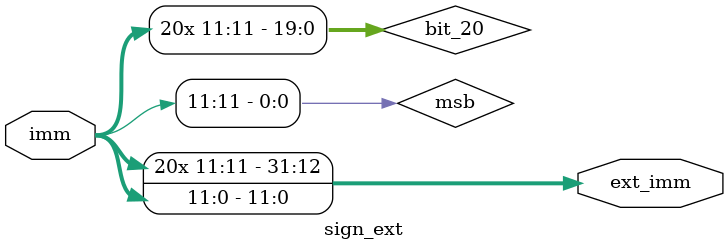
<source format=v>
module sign_ext(
    input [11:0]imm,

    output [31:0]ext_imm
);

wire msb = imm[11];
wire [19:0]bit_20 = {20{msb}};
wire [31:0]ext_imm = {bit_20, imm}; 

endmodule

</source>
